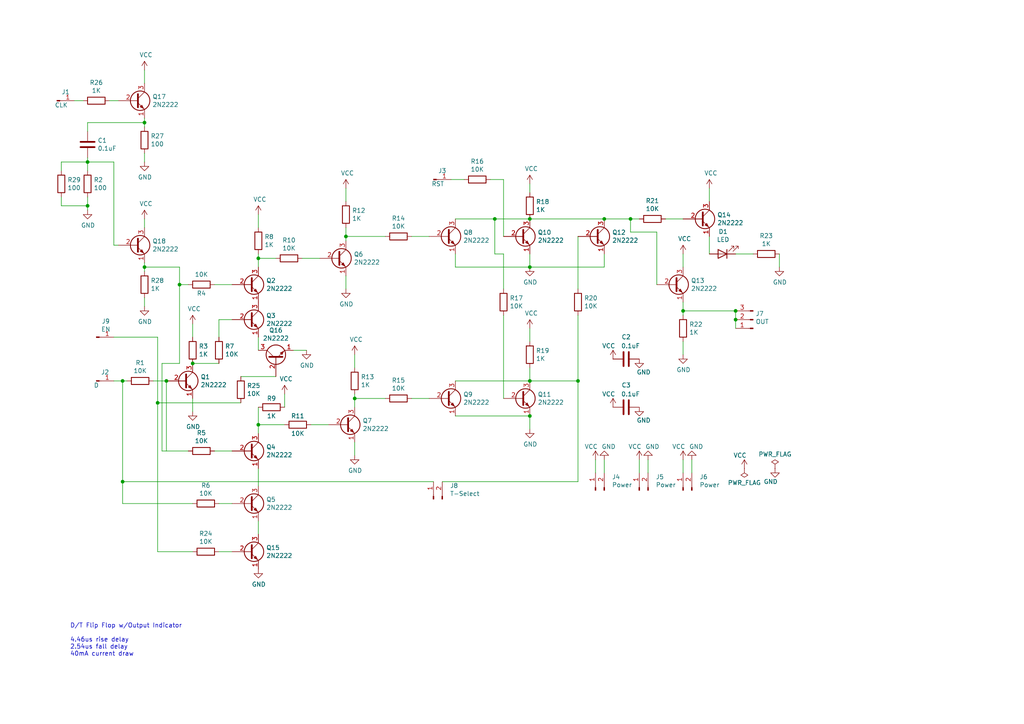
<source format=kicad_sch>
(kicad_sch (version 20230121) (generator eeschema)
  (paper "A4")
  (title_block (title "D Flip Flop") (date "2020-02-03") (rev "2") (comment 4 "Also doubles as a T flip-fop if desired"))
  (lib_symbols
    (symbol "2n2222:2N2222" (pin_names (offset 0) hide)
      (property "Reference" "Q" (at 5.08 1.905 0))
      (property "Value" "2N2222" (at 5.08 0 0))
      (symbol "2N2222_0_1"
        (polyline (pts (xy 0.635 0.635) (xy 2.54 2.54)))
        (polyline (pts (xy 0.635 -0.635) (xy 2.54 -2.54) (xy 2.54 -2.54)))
        (polyline (pts (xy 0.635 1.905) (xy 0.635 -1.905) (xy 0.635 -1.905)) (stroke (width 0.508)))
        (polyline (pts (xy 1.27 -1.778) (xy 1.778 -1.27) (xy 2.286 -2.286) (xy 1.27 -1.778) (xy 1.27 -1.778)) (fill (type outline)))
        (circle (center 1.27 0) (radius 2.8194) (stroke (width 0.254)))
      )
      (symbol "2N2222_1_1"
        (pin passive line (at 2.54 -5.08 90) (length 2.54) (name "E") (number "1"))
        (pin passive line (at -5.08 0 0) (length 5.715) (name "B") (number "2"))
        (pin passive line (at 2.54 5.08 270) (length 2.54) (name "C") (number "3"))
      )
    )
    (symbol "Connector:Conn_01x01_Pin" (pin_names (offset 1.016) hide)
      (property "Reference" "J" (at 0 2.54 0))
      (property "Value" "Conn_01x01_Pin" (at 0 -2.54 0))
      (symbol "Conn_01x01_Pin_1_1"
        (polyline (pts (xy 1.27 0) (xy 0.8636 0)) (stroke (width 0.1524)))
        (rectangle (start 0.8636 0.127) (end 0 -0.127) (stroke (width 0.1524)) (fill (type outline)))
        (pin passive line (at 5.08 0 180) (length 3.81) (name "Pin_1") (number "1"))
      )
    )
    (symbol "Connector:Conn_01x02_Pin" (pin_names (offset 1.016) hide)
      (property "Reference" "J" (at 0 2.54 0))
      (property "Value" "Conn_01x02_Pin" (at 0 -5.08 0))
      (symbol "Conn_01x02_Pin_1_1"
        (polyline (pts (xy 1.27 -2.54) (xy 0.8636 -2.54)) (stroke (width 0.1524)))
        (polyline (pts (xy 1.27 0) (xy 0.8636 0)) (stroke (width 0.1524)))
        (rectangle (start 0.8636 -2.413) (end 0 -2.667) (stroke (width 0.1524)) (fill (type outline)))
        (rectangle (start 0.8636 0.127) (end 0 -0.127) (stroke (width 0.1524)) (fill (type outline)))
        (pin passive line (at 5.08 0 180) (length 3.81) (name "Pin_1") (number "1"))
        (pin passive line (at 5.08 -2.54 180) (length 3.81) (name "Pin_2") (number "2"))
      )
    )
    (symbol "Connector:Conn_01x03_Pin" (pin_names (offset 1.016) hide)
      (property "Reference" "J" (at 0 5.08 0))
      (property "Value" "Conn_01x03_Pin" (at 0 -5.08 0))
      (symbol "Conn_01x03_Pin_1_1"
        (polyline (pts (xy 1.27 -2.54) (xy 0.8636 -2.54)) (stroke (width 0.1524)))
        (polyline (pts (xy 1.27 0) (xy 0.8636 0)) (stroke (width 0.1524)))
        (polyline (pts (xy 1.27 2.54) (xy 0.8636 2.54)) (stroke (width 0.1524)))
        (rectangle (start 0.8636 -2.413) (end 0 -2.667) (stroke (width 0.1524)) (fill (type outline)))
        (rectangle (start 0.8636 0.127) (end 0 -0.127) (stroke (width 0.1524)) (fill (type outline)))
        (rectangle (start 0.8636 2.667) (end 0 2.413) (stroke (width 0.1524)) (fill (type outline)))
        (pin passive line (at 5.08 2.54 180) (length 3.81) (name "Pin_1") (number "1"))
        (pin passive line (at 5.08 0 180) (length 3.81) (name "Pin_2") (number "2"))
        (pin passive line (at 5.08 -2.54 180) (length 3.81) (name "Pin_3") (number "3"))
      )
    )
    (symbol "Device:C" (pin_numbers hide) (pin_names (offset 0.254))
      (property "Reference" "C" (at 0.635 2.54 0))
      (property "Value" "C" (at 0.635 -2.54 0))
      (symbol "C_0_1"
        (polyline (pts (xy -2.032 -0.762) (xy 2.032 -0.762)) (stroke (width 0.508)))
        (polyline (pts (xy -2.032 0.762) (xy 2.032 0.762)) (stroke (width 0.508)))
      )
      (symbol "C_1_1"
        (pin passive line (at 0 3.81 270) (length 2.794) (name "~") (number "1"))
        (pin passive line (at 0 -3.81 90) (length 2.794) (name "~") (number "2"))
      )
    )
    (symbol "Device:LED" (pin_numbers hide) (pin_names (offset 1.016) hide)
      (property "Reference" "D" (at 0 2.54 0))
      (property "Value" "LED" (at 0 -2.54 0))
      (symbol "LED_0_1"
        (polyline (pts (xy -1.27 -1.27) (xy -1.27 1.27)) (stroke (width 0.254)))
        (polyline (pts (xy -1.27 0) (xy 1.27 0)))
        (polyline (pts (xy 1.27 -1.27) (xy 1.27 1.27) (xy -1.27 0) (xy 1.27 -1.27)) (stroke (width 0.254)))
        (polyline (pts (xy -3.048 -0.762) (xy -4.572 -2.286) (xy -3.81 -2.286) (xy -4.572 -2.286) (xy -4.572 -1.524)))
        (polyline (pts (xy -1.778 -0.762) (xy -3.302 -2.286) (xy -2.54 -2.286) (xy -3.302 -2.286) (xy -3.302 -1.524)))
      )
      (symbol "LED_1_1"
        (pin passive line (at -3.81 0 0) (length 2.54) (name "K") (number "1"))
        (pin passive line (at 3.81 0 180) (length 2.54) (name "A") (number "2"))
      )
    )
    (symbol "Device:R" (pin_numbers hide) (pin_names (offset 0))
      (property "Reference" "R" (at 2.032 0 90))
      (property "Value" "R" (at 0 0 90))
      (symbol "R_0_1"
        (rectangle (start -1.016 -2.54) (end 1.016 2.54) (stroke (width 0.254)))
      )
      (symbol "R_1_1"
        (pin passive line (at 0 3.81 270) (length 1.27) (name "~") (number "1"))
        (pin passive line (at 0 -3.81 90) (length 1.27) (name "~") (number "2"))
      )
    )
    (symbol "power:GND" (power) (pin_names (offset 0))
      (property "Value" "GND" (at 0 -3.81 0))
      (symbol "GND_0_1"
        (polyline (pts (xy 0 0) (xy 0 -1.27) (xy 1.27 -1.27) (xy 0 -2.54) (xy -1.27 -1.27) (xy 0 -1.27)))
      )
      (symbol "GND_1_1"
        (pin power_in line (at 0 0 270) (length 0) hide (name "GND") (number "1"))
      )
    )
    (symbol "power:PWR_FLAG" (power) (pin_numbers hide) (pin_names (offset 0) hide)
      (property "Value" "PWR_FLAG" (at 0 3.81 0))
      (symbol "PWR_FLAG_0_0"
        (pin power_out line (at 0 0 90) (length 0) (name "pwr") (number "1"))
      )
      (symbol "PWR_FLAG_0_1"
        (polyline (pts (xy 0 0) (xy 0 1.27) (xy -1.016 1.905) (xy 0 2.54) (xy 1.016 1.905) (xy 0 1.27)))
      )
    )
    (symbol "power:VCC" (power) (pin_names (offset 0))
      (property "Value" "VCC" (at 0 3.81 0))
      (symbol "VCC_0_1"
        (polyline (pts (xy -0.762 1.27) (xy 0 2.54)))
        (polyline (pts (xy 0 0) (xy 0 2.54)))
        (polyline (pts (xy 0 2.54) (xy 0.762 1.27)))
      )
      (symbol "VCC_1_1"
        (pin power_in line (at 0 0 90) (length 0) hide (name "VCC") (number "1"))
      )
    )
  )
  (junction (at 153.67 110.49))
  (junction (at 100.33 68.58))
  (junction (at 175.26 63.5))
  (junction (at 41.91 35.56))
  (junction (at 52.07 82.55))
  (junction (at 35.56 139.7))
  (junction (at 153.67 77.47))
  (junction (at 102.87 115.57))
  (junction (at 74.93 74.93))
  (junction (at 74.93 123.19))
  (junction (at 153.67 120.65))
  (junction (at 35.56 110.49))
  (junction (at 25.4 46.99))
  (junction (at 48.26 110.49))
  (junction (at 182.88 63.5))
  (junction (at 55.88 105.41))
  (junction (at 41.91 77.47))
  (junction (at 45.72 116.84))
  (junction (at 213.36 90.17))
  (junction (at 213.36 92.71))
  (junction (at 167.64 110.49))
  (junction (at 198.12 90.17))
  (junction (at 153.67 63.5))
  (junction (at 143.51 63.5))
  (junction (at 25.4 59.69))
  (wire (pts (xy 111.76 115.57) (xy 102.87 115.57)))
  (wire (pts (xy 41.91 24.13) (xy 41.91 20.32)))
  (wire (pts (xy 25.4 46.99) (xy 25.4 45.72)))
  (wire (pts (xy 213.36 73.66) (xy 218.44 73.66)))
  (wire (pts (xy 213.36 92.71) (xy 213.36 95.25)))
  (wire (pts (xy 25.4 60.96) (xy 25.4 59.69)))
  (wire (pts (xy 167.64 83.82) (xy 167.64 68.58)))
  (wire (pts (xy 17.78 57.15) (xy 17.78 59.69)))
  (wire (pts (xy 153.67 55.88) (xy 153.67 53.34)))
  (wire (pts (xy 46.99 105.41) (xy 46.99 130.81)))
  (wire (pts (xy 82.55 118.11) (xy 82.55 114.3)))
  (wire (pts (xy 198.12 133.35) (xy 198.12 137.16)))
  (wire (pts (xy 41.91 35.56) (xy 41.91 34.29)))
  (wire (pts (xy 100.33 54.61) (xy 100.33 58.42)))
  (wire (pts (xy 17.78 59.69) (xy 25.4 59.69)))
  (wire (pts (xy 63.5 97.79) (xy 63.5 92.71)))
  (wire (pts (xy 102.87 128.27) (xy 102.87 132.08)))
  (wire (pts (xy 52.07 77.47) (xy 52.07 82.55)))
  (wire (pts (xy 205.74 58.42) (xy 205.74 54.61)))
  (wire (pts (xy 125.73 139.7) (xy 35.56 139.7)))
  (wire (pts (xy 33.02 46.99) (xy 33.02 71.12)))
  (wire (pts (xy 33.02 110.49) (xy 35.56 110.49)))
  (wire (pts (xy 52.07 82.55) (xy 52.07 105.41)))
  (wire (pts (xy 167.64 110.49) (xy 167.64 139.7)))
  (wire (pts (xy 41.91 66.04) (xy 41.91 63.5)))
  (wire (pts (xy 146.05 73.66) (xy 143.51 73.66)))
  (wire (pts (xy 153.67 63.5) (xy 143.51 63.5)))
  (wire (pts (xy 63.5 146.05) (xy 67.31 146.05)))
  (wire (pts (xy 226.06 73.66) (xy 226.06 77.47)))
  (wire (pts (xy 17.78 46.99) (xy 25.4 46.99)))
  (wire (pts (xy 205.74 68.58) (xy 205.74 73.66)))
  (wire (pts (xy 63.5 92.71) (xy 67.31 92.71)))
  (wire (pts (xy 128.27 139.7) (xy 167.64 139.7)))
  (wire (pts (xy 153.67 73.66) (xy 153.67 77.47)))
  (wire (pts (xy 132.08 120.65) (xy 153.67 120.65)))
  (wire (pts (xy 41.91 78.74) (xy 41.91 77.47)))
  (wire (pts (xy 198.12 91.44) (xy 198.12 90.17)))
  (wire (pts (xy 74.93 97.79) (xy 74.93 101.6)))
  (wire (pts (xy 100.33 66.04) (xy 100.33 68.58)))
  (wire (pts (xy 142.24 52.07) (xy 146.05 52.07)))
  (wire (pts (xy 119.38 115.57) (xy 124.46 115.57)))
  (wire (pts (xy 185.42 133.35) (xy 185.42 137.16)))
  (wire (pts (xy 41.91 88.9) (xy 41.91 86.36)))
  (wire (pts (xy 74.93 135.89) (xy 74.93 140.97)))
  (wire (pts (xy 35.56 110.49) (xy 36.83 110.49)))
  (wire (pts (xy 111.76 68.58) (xy 100.33 68.58)))
  (wire (pts (xy 190.5 67.31) (xy 190.5 82.55)))
  (wire (pts (xy 74.93 77.47) (xy 74.93 74.93)))
  (wire (pts (xy 198.12 90.17) (xy 213.36 90.17)))
  (wire (pts (xy 80.01 109.22) (xy 69.85 109.22)))
  (wire (pts (xy 172.72 137.16) (xy 172.72 133.35)))
  (wire (pts (xy 41.91 77.47) (xy 41.91 76.2)))
  (wire (pts (xy 153.67 124.46) (xy 153.67 120.65)))
  (wire (pts (xy 87.63 74.93) (xy 92.71 74.93)))
  (wire (pts (xy 175.26 133.35) (xy 175.26 137.16)))
  (wire (pts (xy 130.81 52.07) (xy 134.62 52.07)))
  (wire (pts (xy 132.08 77.47) (xy 153.67 77.47)))
  (wire (pts (xy 52.07 77.47) (xy 41.91 77.47)))
  (wire (pts (xy 198.12 73.66) (xy 198.12 77.47)))
  (wire (pts (xy 185.42 63.5) (xy 182.88 63.5)))
  (wire (pts (xy 46.99 105.41) (xy 52.07 105.41)))
  (wire (pts (xy 90.17 123.19) (xy 95.25 123.19)))
  (wire (pts (xy 182.88 63.5) (xy 182.88 67.31)))
  (wire (pts (xy 24.13 29.21) (xy 21.59 29.21)))
  (wire (pts (xy 46.99 130.81) (xy 54.61 130.81)))
  (wire (pts (xy 82.55 123.19) (xy 74.93 123.19)))
  (wire (pts (xy 63.5 160.02) (xy 67.31 160.02)))
  (wire (pts (xy 198.12 63.5) (xy 193.04 63.5)))
  (wire (pts (xy 44.45 110.49) (xy 48.26 110.49)))
  (wire (pts (xy 182.88 67.31) (xy 190.5 67.31)))
  (wire (pts (xy 33.02 97.79) (xy 45.72 97.79)))
  (wire (pts (xy 55.88 119.38) (xy 55.88 115.57)))
  (wire (pts (xy 85.09 101.6) (xy 88.9 101.6)))
  (wire (pts (xy 25.4 46.99) (xy 33.02 46.99)))
  (wire (pts (xy 167.64 110.49) (xy 167.64 91.44)))
  (wire (pts (xy 182.88 63.5) (xy 175.26 63.5)))
  (wire (pts (xy 213.36 90.17) (xy 213.36 92.71)))
  (wire (pts (xy 74.93 66.04) (xy 74.93 62.23)))
  (wire (pts (xy 153.67 63.5) (xy 175.26 63.5)))
  (wire (pts (xy 34.29 29.21) (xy 31.75 29.21)))
  (wire (pts (xy 45.72 116.84) (xy 45.72 160.02)))
  (wire (pts (xy 55.88 97.79) (xy 55.88 93.98)))
  (wire (pts (xy 25.4 35.56) (xy 25.4 38.1)))
  (wire (pts (xy 143.51 73.66) (xy 143.51 63.5)))
  (wire (pts (xy 153.67 110.49) (xy 153.67 106.68)))
  (wire (pts (xy 200.66 133.35) (xy 200.66 137.16)))
  (wire (pts (xy 175.26 77.47) (xy 175.26 73.66)))
  (wire (pts (xy 153.67 77.47) (xy 175.26 77.47)))
  (wire (pts (xy 119.38 68.58) (xy 124.46 68.58)))
  (wire (pts (xy 198.12 102.87) (xy 198.12 99.06)))
  (wire (pts (xy 62.23 130.81) (xy 67.31 130.81)))
  (wire (pts (xy 132.08 110.49) (xy 153.67 110.49)))
  (wire (pts (xy 153.67 110.49) (xy 167.64 110.49)))
  (wire (pts (xy 33.02 71.12) (xy 34.29 71.12)))
  (wire (pts (xy 25.4 59.69) (xy 25.4 57.15)))
  (wire (pts (xy 45.72 97.79) (xy 45.72 116.84)))
  (wire (pts (xy 100.33 80.01) (xy 100.33 83.82)))
  (wire (pts (xy 69.85 116.84) (xy 45.72 116.84)))
  (wire (pts (xy 35.56 146.05) (xy 55.88 146.05)))
  (wire (pts (xy 102.87 102.87) (xy 102.87 106.68)))
  (wire (pts (xy 146.05 52.07) (xy 146.05 68.58)))
  (wire (pts (xy 74.93 154.94) (xy 74.93 151.13)))
  (wire (pts (xy 48.26 110.49) (xy 48.26 130.81)))
  (wire (pts (xy 41.91 46.99) (xy 41.91 44.45)))
  (wire (pts (xy 41.91 36.83) (xy 41.91 35.56)))
  (wire (pts (xy 198.12 90.17) (xy 198.12 87.63)))
  (wire (pts (xy 74.93 123.19) (xy 74.93 125.73)))
  (wire (pts (xy 102.87 115.57) (xy 102.87 118.11)))
  (wire (pts (xy 132.08 73.66) (xy 132.08 77.47)))
  (wire (pts (xy 153.67 99.06) (xy 153.67 95.25)))
  (wire (pts (xy 62.23 82.55) (xy 67.31 82.55)))
  (wire (pts (xy 17.78 49.53) (xy 17.78 46.99)))
  (wire (pts (xy 52.07 82.55) (xy 54.61 82.55)))
  (wire (pts (xy 35.56 139.7) (xy 35.56 146.05)))
  (wire (pts (xy 74.93 118.11) (xy 74.93 123.19)))
  (wire (pts (xy 74.93 74.93) (xy 74.93 73.66)))
  (wire (pts (xy 35.56 110.49) (xy 35.56 139.7)))
  (wire (pts (xy 102.87 114.3) (xy 102.87 115.57)))
  (wire (pts (xy 45.72 160.02) (xy 55.88 160.02)))
  (wire (pts (xy 187.96 133.35) (xy 187.96 137.16)))
  (wire (pts (xy 63.5 105.41) (xy 55.88 105.41)))
  (wire (pts (xy 100.33 68.58) (xy 100.33 69.85)))
  (wire (pts (xy 41.91 35.56) (xy 25.4 35.56)))
  (wire (pts (xy 146.05 91.44) (xy 146.05 115.57)))
  (wire (pts (xy 80.01 74.93) (xy 74.93 74.93)))
  (wire (pts (xy 146.05 83.82) (xy 146.05 73.66)))
  (wire (pts (xy 143.51 63.5) (xy 132.08 63.5)))
  (wire (pts (xy 25.4 49.53) (xy 25.4 46.99)))
  (text "D/T Flip Flop w/Output Indicator\n\n4.46us rise delay\n2.54us fall delay\n40mA current draw" (at 20.32 190.5 0) (effects (font (size 1.27 1.27)) (justify left bottom)))
  (symbol (lib_id "Connector:Conn_01x01_Pin") (at 16.51 29.21 0) (unit 1)
    (property "Reference" "J1" (at 19.05 26.67 0))
    (property "Value" "CLK" (at 17.78 30.48 0))
    (property "Footprint" "Connector_PinHeader_2.54mm:PinHeader_1x01_P2.54mm_Vertical" (effects hide))
  )
  (symbol (lib_id "Connector:Conn_01x01_Pin") (at 27.94 110.49 0) (unit 1)
    (property "Reference" "J2" (at 30.48 107.95 0))
    (property "Value" "D" (at 27.94 111.76 0))
    (property "Footprint" "Connector_PinHeader_2.54mm:PinHeader_1x01_P2.54mm_Vertical" (effects hide))
  )
  (symbol (lib_id "Connector:Conn_01x01_Pin") (at 125.73 52.07 0) (unit 1)
    (property "Reference" "J3" (at 128.27 49.53 0))
    (property "Value" "RST" (at 127 53.34 0))
    (property "Footprint" "Connector_PinHeader_2.54mm:PinHeader_1x01_P2.54mm_Vertical" (effects hide))
  )
  (symbol (lib_id "Device:R") (at 58.42 82.55 270) (unit 1)
    (property "Reference" "R4" (at 58.42 85.09 90))
    (property "Value" "10K" (at 58.42 79.6036 90))
    (property "Footprint" "Resistor_THT:R_Axial_DIN0309_L9.0mm_D3.2mm_P12.70mm_Horizontal" (effects hide))
  )
  (symbol (lib_id "2n2222:2N2222") (at 72.39 82.55 0) (unit 1)
    (property "Reference" "Q2" (at 77.216 81.3816 0) (effects (justify left)))
    (property "Value" "2N2222" (at 77.216 83.693 0) (effects (justify left)))
    (property "Footprint" "Package_TO_SOT_THT:TO-92_Inline" (effects hide))
    (property "Datasheet" "https://www.fairchildsemi.com/datasheets/2N/2N3904.pdf" (effects hide))
  )
  (symbol (lib_id "Device:R") (at 74.93 69.85 0) (unit 1)
    (property "Reference" "R8" (at 76.708 68.6816 0) (effects (justify left)))
    (property "Value" "1K" (at 76.708 70.993 0) (effects (justify left)))
    (property "Footprint" "Resistor_THT:R_Axial_DIN0309_L9.0mm_D3.2mm_P12.70mm_Horizontal" (effects hide))
  )
  (symbol (lib_id "power:VCC") (at 74.93 62.23 0) (unit 1)
    (property "Reference" "#PWR0102" (effects hide))
    (property "Value" "VCC" (at 75.3618 57.8358 0))
  )
  (symbol (lib_id "Device:R") (at 83.82 74.93 270) (unit 1)
    (property "Reference" "R10" (at 83.82 69.6722 90))
    (property "Value" "10K" (at 83.82 71.9836 90))
    (property "Footprint" "Resistor_THT:R_Axial_DIN0309_L9.0mm_D3.2mm_P12.70mm_Horizontal" (effects hide))
  )
  (symbol (lib_id "2n2222:2N2222") (at 97.79 74.93 0) (unit 1)
    (property "Reference" "Q6" (at 102.616 73.7616 0) (effects (justify left)))
    (property "Value" "2N2222" (at 102.616 76.073 0) (effects (justify left)))
    (property "Footprint" "Package_TO_SOT_THT:TO-92_Inline" (effects hide))
    (property "Datasheet" "https://www.fairchildsemi.com/datasheets/2N/2N3904.pdf" (effects hide))
  )
  (symbol (lib_id "Device:R") (at 100.33 62.23 0) (unit 1)
    (property "Reference" "R12" (at 102.108 61.0616 0) (effects (justify left)))
    (property "Value" "1K" (at 102.108 63.373 0) (effects (justify left)))
    (property "Footprint" "Resistor_THT:R_Axial_DIN0309_L9.0mm_D3.2mm_P12.70mm_Horizontal" (effects hide))
  )
  (symbol (lib_id "power:VCC") (at 100.33 54.61 0) (unit 1)
    (property "Reference" "#PWR0103" (effects hide))
    (property "Value" "VCC" (at 100.7618 50.2158 0))
  )
  (symbol (lib_id "power:GND") (at 100.33 83.82 0) (unit 1)
    (property "Reference" "#PWR0104" (effects hide))
    (property "Value" "GND" (at 100.457 88.2142 0))
  )
  (symbol (lib_id "2n2222:2N2222") (at 72.39 92.71 0) (unit 1)
    (property "Reference" "Q3" (at 77.216 91.5416 0) (effects (justify left)))
    (property "Value" "2N2222" (at 77.216 93.853 0) (effects (justify left)))
    (property "Footprint" "Package_TO_SOT_THT:TO-92_Inline" (effects hide))
    (property "Datasheet" "https://www.fairchildsemi.com/datasheets/2N/2N3904.pdf" (effects hide))
  )
  (symbol (lib_id "Device:R") (at 63.5 101.6 0) (unit 1)
    (property "Reference" "R7" (at 65.278 100.4316 0) (effects (justify left)))
    (property "Value" "10K" (at 65.278 102.743 0) (effects (justify left)))
    (property "Footprint" "Resistor_THT:R_Axial_DIN0309_L9.0mm_D3.2mm_P12.70mm_Horizontal" (effects hide))
  )
  (symbol (lib_id "2n2222:2N2222") (at 53.34 110.49 0) (unit 1)
    (property "Reference" "Q1" (at 58.166 109.3216 0) (effects (justify left)))
    (property "Value" "2N2222" (at 58.166 111.633 0) (effects (justify left)))
    (property "Footprint" "Package_TO_SOT_THT:TO-92_Inline" (effects hide))
    (property "Datasheet" "https://www.fairchildsemi.com/datasheets/2N/2N3904.pdf" (effects hide))
  )
  (symbol (lib_id "Device:R") (at 40.64 110.49 270) (unit 1)
    (property "Reference" "R1" (at 40.64 105.2322 90))
    (property "Value" "10K" (at 40.64 107.5436 90))
    (property "Footprint" "Resistor_THT:R_Axial_DIN0309_L9.0mm_D3.2mm_P12.70mm_Horizontal" (effects hide))
  )
  (symbol (lib_id "power:GND") (at 55.88 119.38 0) (unit 1)
    (property "Reference" "#PWR0105" (effects hide))
    (property "Value" "GND" (at 56.007 123.7742 0))
  )
  (symbol (lib_id "2n2222:2N2222") (at 80.01 104.14 90) (unit 1)
    (property "Reference" "Q16" (at 80.01 95.8088 90))
    (property "Value" "2N2222" (at 80.01 98.1202 90))
    (property "Footprint" "Package_TO_SOT_THT:TO-92_Inline" (effects hide))
    (property "Datasheet" "https://www.fairchildsemi.com/datasheets/2N/2N3904.pdf" (effects hide))
  )
  (symbol (lib_id "power:VCC") (at 55.88 93.98 0) (unit 1)
    (property "Reference" "#PWR0106" (effects hide))
    (property "Value" "VCC" (at 56.3118 89.5858 0))
  )
  (symbol (lib_id "Device:R") (at 55.88 101.6 0) (unit 1)
    (property "Reference" "R3" (at 57.658 100.4316 0) (effects (justify left)))
    (property "Value" "1K" (at 57.658 102.743 0) (effects (justify left)))
    (property "Footprint" "Resistor_THT:R_Axial_DIN0309_L9.0mm_D3.2mm_P12.70mm_Horizontal" (effects hide))
  )
  (symbol (lib_id "power:GND") (at 88.9 101.6 0) (unit 1)
    (property "Reference" "#PWR0107" (effects hide))
    (property "Value" "GND" (at 89.027 105.9942 0))
  )
  (symbol (lib_id "2n2222:2N2222") (at 72.39 130.81 0) (unit 1)
    (property "Reference" "Q4" (at 77.216 129.6416 0) (effects (justify left)))
    (property "Value" "2N2222" (at 77.216 131.953 0) (effects (justify left)))
    (property "Footprint" "Package_TO_SOT_THT:TO-92_Inline" (effects hide))
    (property "Datasheet" "https://www.fairchildsemi.com/datasheets/2N/2N3904.pdf" (effects hide))
  )
  (symbol (lib_id "power:GND") (at 74.93 165.1 0) (unit 1)
    (property "Reference" "#PWR0108" (effects hide))
    (property "Value" "GND" (at 75.057 169.4942 0))
  )
  (symbol (lib_id "2n2222:2N2222") (at 72.39 146.05 0) (unit 1)
    (property "Reference" "Q5" (at 77.216 144.8816 0) (effects (justify left)))
    (property "Value" "2N2222" (at 77.216 147.193 0) (effects (justify left)))
    (property "Footprint" "Package_TO_SOT_THT:TO-92_Inline" (effects hide))
    (property "Datasheet" "https://www.fairchildsemi.com/datasheets/2N/2N3904.pdf" (effects hide))
  )
  (symbol (lib_id "Device:R") (at 69.85 113.03 0) (unit 1)
    (property "Reference" "R25" (at 71.628 111.8616 0) (effects (justify left)))
    (property "Value" "10K" (at 71.628 114.173 0) (effects (justify left)))
    (property "Footprint" "Resistor_THT:R_Axial_DIN0309_L9.0mm_D3.2mm_P12.70mm_Horizontal" (effects hide))
  )
  (symbol (lib_id "Connector:Conn_01x01_Pin") (at 27.94 97.79 0) (unit 1)
    (property "Reference" "J9" (at 30.6832 93.1926 0))
    (property "Value" "EN" (at 30.6832 95.504 0))
    (property "Footprint" "Connector_PinHeader_2.54mm:PinHeader_1x01_P2.54mm_Vertical" (effects hide))
  )
  (symbol (lib_id "Device:R") (at 59.69 146.05 270) (unit 1)
    (property "Reference" "R6" (at 59.69 140.7922 90))
    (property "Value" "10K" (at 59.69 143.1036 90))
    (property "Footprint" "Resistor_THT:R_Axial_DIN0309_L9.0mm_D3.2mm_P12.70mm_Horizontal" (effects hide))
  )
  (symbol (lib_id "Device:R") (at 58.42 130.81 270) (unit 1)
    (property "Reference" "R5" (at 58.42 125.5522 90))
    (property "Value" "10K" (at 58.42 127.8636 90))
    (property "Footprint" "Resistor_THT:R_Axial_DIN0309_L9.0mm_D3.2mm_P12.70mm_Horizontal" (effects hide))
  )
  (symbol (lib_id "Device:R") (at 78.74 118.11 270) (unit 1)
    (property "Reference" "R9" (at 78.74 115.57 90))
    (property "Value" "1K" (at 78.74 120.65 90))
    (property "Footprint" "Resistor_THT:R_Axial_DIN0309_L9.0mm_D3.2mm_P12.70mm_Horizontal" (effects hide))
  )
  (symbol (lib_id "Device:R") (at 86.36 123.19 270) (unit 1)
    (property "Reference" "R11" (at 86.36 120.65 90))
    (property "Value" "10K" (at 86.36 125.73 90))
    (property "Footprint" "Resistor_THT:R_Axial_DIN0309_L9.0mm_D3.2mm_P12.70mm_Horizontal" (effects hide))
  )
  (symbol (lib_id "power:VCC") (at 82.55 114.3 0) (unit 1)
    (property "Reference" "#PWR0109" (effects hide))
    (property "Value" "VCC" (at 82.9818 109.9058 0))
  )
  (symbol (lib_id "2n2222:2N2222") (at 100.33 123.19 0) (unit 1)
    (property "Reference" "Q7" (at 105.156 122.0216 0) (effects (justify left)))
    (property "Value" "2N2222" (at 105.156 124.333 0) (effects (justify left)))
    (property "Footprint" "Package_TO_SOT_THT:TO-92_Inline" (effects hide))
    (property "Datasheet" "https://www.fairchildsemi.com/datasheets/2N/2N3904.pdf" (effects hide))
  )
  (symbol (lib_id "Device:R") (at 102.87 110.49 0) (unit 1)
    (property "Reference" "R13" (at 104.648 109.3216 0) (effects (justify left)))
    (property "Value" "1K" (at 104.648 111.633 0) (effects (justify left)))
    (property "Footprint" "Resistor_THT:R_Axial_DIN0309_L9.0mm_D3.2mm_P12.70mm_Horizontal" (effects hide))
  )
  (symbol (lib_id "power:VCC") (at 102.87 102.87 0) (unit 1)
    (property "Reference" "#PWR0110" (effects hide))
    (property "Value" "VCC" (at 103.3018 98.4758 0))
  )
  (symbol (lib_id "power:GND") (at 102.87 132.08 0) (unit 1)
    (property "Reference" "#PWR0111" (effects hide))
    (property "Value" "GND" (at 102.997 136.4742 0))
  )
  (symbol (lib_id "2n2222:2N2222") (at 72.39 160.02 0) (unit 1)
    (property "Reference" "Q15" (at 77.216 158.8516 0) (effects (justify left)))
    (property "Value" "2N2222" (at 77.216 161.163 0) (effects (justify left)))
    (property "Footprint" "Package_TO_SOT_THT:TO-92_Inline" (effects hide))
    (property "Datasheet" "https://www.fairchildsemi.com/datasheets/2N/2N3904.pdf" (effects hide))
  )
  (symbol (lib_id "Device:R") (at 59.69 160.02 270) (unit 1)
    (property "Reference" "R24" (at 59.69 154.7622 90))
    (property "Value" "10K" (at 59.69 157.0736 90))
    (property "Footprint" "Resistor_THT:R_Axial_DIN0309_L9.0mm_D3.2mm_P12.70mm_Horizontal" (effects hide))
  )
  (symbol (lib_id "Device:R") (at 115.57 68.58 270) (unit 1)
    (property "Reference" "R14" (at 115.57 63.3222 90))
    (property "Value" "10K" (at 115.57 65.6336 90))
    (property "Footprint" "Resistor_THT:R_Axial_DIN0309_L9.0mm_D3.2mm_P12.70mm_Horizontal" (effects hide))
  )
  (symbol (lib_id "Device:R") (at 115.57 115.57 270) (unit 1)
    (property "Reference" "R15" (at 115.57 110.3122 90))
    (property "Value" "10K" (at 115.57 112.6236 90))
    (property "Footprint" "Resistor_THT:R_Axial_DIN0309_L9.0mm_D3.2mm_P12.70mm_Horizontal" (effects hide))
  )
  (symbol (lib_id "2n2222:2N2222") (at 129.54 68.58 0) (unit 1)
    (property "Reference" "Q8" (at 134.366 67.4116 0) (effects (justify left)))
    (property "Value" "2N2222" (at 134.366 69.723 0) (effects (justify left)))
    (property "Footprint" "Package_TO_SOT_THT:TO-92_Inline" (effects hide))
    (property "Datasheet" "https://www.fairchildsemi.com/datasheets/2N/2N3904.pdf" (effects hide))
  )
  (symbol (lib_id "2n2222:2N2222") (at 151.13 68.58 0) (unit 1)
    (property "Reference" "Q10" (at 155.956 67.4116 0) (effects (justify left)))
    (property "Value" "2N2222" (at 155.956 69.723 0) (effects (justify left)))
    (property "Footprint" "Package_TO_SOT_THT:TO-92_Inline" (effects hide))
    (property "Datasheet" "https://www.fairchildsemi.com/datasheets/2N/2N3904.pdf" (effects hide))
  )
  (symbol (lib_id "2n2222:2N2222") (at 172.72 68.58 0) (unit 1)
    (property "Reference" "Q12" (at 177.546 67.4116 0) (effects (justify left)))
    (property "Value" "2N2222" (at 177.546 69.723 0) (effects (justify left)))
    (property "Footprint" "Package_TO_SOT_THT:TO-92_Inline" (effects hide))
    (property "Datasheet" "https://www.fairchildsemi.com/datasheets/2N/2N3904.pdf" (effects hide))
  )
  (symbol (lib_id "power:GND") (at 153.67 77.47 0) (unit 1)
    (property "Reference" "#PWR0112" (effects hide))
    (property "Value" "GND" (at 153.797 81.8642 0))
  )
  (symbol (lib_id "Device:R") (at 153.67 59.69 180) (unit 1)
    (property "Reference" "R18" (at 155.448 58.5216 0) (effects (justify right)))
    (property "Value" "1K" (at 155.448 60.833 0) (effects (justify right)))
    (property "Footprint" "Resistor_THT:R_Axial_DIN0309_L9.0mm_D3.2mm_P12.70mm_Horizontal" (effects hide))
  )
  (symbol (lib_id "power:VCC") (at 153.67 53.34 0) (unit 1)
    (property "Reference" "#PWR0113" (effects hide))
    (property "Value" "VCC" (at 154.1018 48.9458 0))
  )
  (symbol (lib_id "Device:R") (at 138.43 52.07 270) (unit 1)
    (property "Reference" "R16" (at 138.43 46.8122 90))
    (property "Value" "10K" (at 138.43 49.1236 90))
    (property "Footprint" "Resistor_THT:R_Axial_DIN0309_L9.0mm_D3.2mm_P12.70mm_Horizontal" (effects hide))
  )
  (symbol (lib_id "2n2222:2N2222") (at 129.54 115.57 0) (unit 1)
    (property "Reference" "Q9" (at 134.366 114.4016 0) (effects (justify left)))
    (property "Value" "2N2222" (at 134.366 116.713 0) (effects (justify left)))
    (property "Footprint" "Package_TO_SOT_THT:TO-92_Inline" (effects hide))
    (property "Datasheet" "https://www.fairchildsemi.com/datasheets/2N/2N3904.pdf" (effects hide))
  )
  (symbol (lib_id "2n2222:2N2222") (at 151.13 115.57 0) (unit 1)
    (property "Reference" "Q11" (at 155.956 114.4016 0) (effects (justify left)))
    (property "Value" "2N2222" (at 155.956 116.713 0) (effects (justify left)))
    (property "Footprint" "Package_TO_SOT_THT:TO-92_Inline" (effects hide))
    (property "Datasheet" "https://www.fairchildsemi.com/datasheets/2N/2N3904.pdf" (effects hide))
  )
  (symbol (lib_id "power:GND") (at 153.67 124.46 0) (unit 1)
    (property "Reference" "#PWR0114" (effects hide))
    (property "Value" "GND" (at 153.797 128.8542 0))
  )
  (symbol (lib_id "Device:R") (at 153.67 102.87 0) (unit 1)
    (property "Reference" "R19" (at 155.448 101.7016 0) (effects (justify left)))
    (property "Value" "1K" (at 155.448 104.013 0) (effects (justify left)))
    (property "Footprint" "Resistor_THT:R_Axial_DIN0309_L9.0mm_D3.2mm_P12.70mm_Horizontal" (effects hide))
  )
  (symbol (lib_id "power:VCC") (at 153.67 95.25 0) (unit 1)
    (property "Reference" "#PWR0115" (effects hide))
    (property "Value" "VCC" (at 154.1018 90.8558 0))
  )
  (symbol (lib_id "Device:R") (at 146.05 87.63 0) (unit 1)
    (property "Reference" "R17" (at 147.828 86.4616 0) (effects (justify left)))
    (property "Value" "10K" (at 147.828 88.773 0) (effects (justify left)))
    (property "Footprint" "Resistor_THT:R_Axial_DIN0309_L9.0mm_D3.2mm_P12.70mm_Horizontal" (effects hide))
  )
  (symbol (lib_id "Device:R") (at 167.64 87.63 0) (unit 1)
    (property "Reference" "R20" (at 169.418 86.4616 0) (effects (justify left)))
    (property "Value" "10K" (at 169.418 88.773 0) (effects (justify left)))
    (property "Footprint" "Resistor_THT:R_Axial_DIN0309_L9.0mm_D3.2mm_P12.70mm_Horizontal" (effects hide))
  )
  (symbol (lib_id "Device:R") (at 189.23 63.5 270) (unit 1)
    (property "Reference" "R21" (at 189.23 58.2422 90))
    (property "Value" "10K" (at 189.23 60.5536 90))
    (property "Footprint" "Resistor_THT:R_Axial_DIN0309_L9.0mm_D3.2mm_P12.70mm_Horizontal" (effects hide))
  )
  (symbol (lib_id "2n2222:2N2222") (at 203.2 63.5 0) (unit 1)
    (property "Reference" "Q14" (at 208.026 62.3316 0) (effects (justify left)))
    (property "Value" "2N2222" (at 208.026 64.643 0) (effects (justify left)))
    (property "Footprint" "Package_TO_SOT_THT:TO-92_Inline" (effects hide))
    (property "Datasheet" "https://www.fairchildsemi.com/datasheets/2N/2N3904.pdf" (effects hide))
  )
  (symbol (lib_id "Device:LED") (at 209.55 73.66 180) (unit 1)
    (property "Reference" "D1" (at 209.7278 67.183 0))
    (property "Value" "LED" (at 209.7278 69.4944 0))
    (property "Footprint" "LED_THT:LED_D5.0mm" (effects hide))
  )
  (symbol (lib_id "Device:R") (at 222.25 73.66 270) (unit 1)
    (property "Reference" "R23" (at 222.25 68.4022 90))
    (property "Value" "1K" (at 222.25 70.7136 90))
    (property "Footprint" "Resistor_THT:R_Axial_DIN0309_L9.0mm_D3.2mm_P12.70mm_Horizontal" (effects hide))
  )
  (symbol (lib_id "power:GND") (at 226.06 77.47 0) (unit 1)
    (property "Reference" "#PWR0116" (effects hide))
    (property "Value" "GND" (at 226.187 81.8642 0))
  )
  (symbol (lib_id "power:VCC") (at 205.74 54.61 0) (unit 1)
    (property "Reference" "#PWR0117" (effects hide))
    (property "Value" "VCC" (at 206.1718 50.2158 0))
  )
  (symbol (lib_id "2n2222:2N2222") (at 195.58 82.55 0) (unit 1)
    (property "Reference" "Q13" (at 200.406 81.3816 0) (effects (justify left)))
    (property "Value" "2N2222" (at 200.406 83.693 0) (effects (justify left)))
    (property "Footprint" "Package_TO_SOT_THT:TO-92_Inline" (effects hide))
    (property "Datasheet" "https://www.fairchildsemi.com/datasheets/2N/2N3904.pdf" (effects hide))
  )
  (symbol (lib_id "power:VCC") (at 198.12 73.66 0) (unit 1)
    (property "Reference" "#PWR0118" (effects hide))
    (property "Value" "VCC" (at 198.5518 69.2658 0))
  )
  (symbol (lib_id "Device:R") (at 198.12 95.25 180) (unit 1)
    (property "Reference" "R22" (at 199.898 94.0816 0) (effects (justify right)))
    (property "Value" "1K" (at 199.898 96.393 0) (effects (justify right)))
    (property "Footprint" "Resistor_THT:R_Axial_DIN0309_L9.0mm_D3.2mm_P12.70mm_Horizontal" (effects hide))
  )
  (symbol (lib_id "power:GND") (at 198.12 102.87 0) (unit 1)
    (property "Reference" "#PWR0119" (effects hide))
    (property "Value" "GND" (at 198.247 107.2642 0))
  )
  (symbol (lib_id "Connector:Conn_01x03_Pin") (at 218.44 92.71 180) (unit 1)
    (property "Reference" "J7" (at 219.1512 90.9828 0) (effects (justify right)))
    (property "Value" "OUT" (at 219.1512 93.2942 0) (effects (justify right)))
    (property "Footprint" "Connector_PinHeader_2.54mm:PinHeader_1x03_P2.54mm_Vertical" (effects hide))
  )
  (symbol (lib_id "Connector:Conn_01x02_Pin") (at 172.72 142.24 90) (unit 1)
    (property "Reference" "J4" (at 177.4952 138.3284 90) (effects (justify right)))
    (property "Value" "Power" (at 177.4952 140.6398 90) (effects (justify right)))
    (property "Footprint" "Connector_PinHeader_2.54mm:PinHeader_1x02_P2.54mm_Vertical" (effects hide))
  )
  (symbol (lib_id "Connector:Conn_01x02_Pin") (at 185.42 142.24 90) (unit 1)
    (property "Reference" "J5" (at 190.1952 138.3284 90) (effects (justify right)))
    (property "Value" "Power" (at 190.1952 140.6398 90) (effects (justify right)))
    (property "Footprint" "Connector_PinHeader_2.54mm:PinHeader_1x02_P2.54mm_Vertical" (effects hide))
  )
  (symbol (lib_id "Connector:Conn_01x02_Pin") (at 198.12 142.24 90) (unit 1)
    (property "Reference" "J6" (at 202.8952 138.3284 90) (effects (justify right)))
    (property "Value" "Power" (at 202.8952 140.6398 90) (effects (justify right)))
    (property "Footprint" "Connector_PinHeader_2.54mm:PinHeader_1x02_P2.54mm_Vertical" (effects hide))
  )
  (symbol (lib_id "power:VCC") (at 172.72 133.35 0) (unit 1)
    (property "Reference" "#PWR0120" (effects hide))
    (property "Value" "VCC" (at 171.45 129.54 0))
  )
  (symbol (lib_id "power:VCC") (at 185.42 133.35 0) (unit 1)
    (property "Reference" "#PWR0121" (effects hide))
    (property "Value" "VCC" (at 184.15 129.54 0))
  )
  (symbol (lib_id "power:VCC") (at 198.12 133.35 0) (unit 1)
    (property "Reference" "#PWR0122" (effects hide))
    (property "Value" "VCC" (at 196.85 129.54 0))
  )
  (symbol (lib_id "power:GND") (at 175.26 133.35 180) (unit 1)
    (property "Reference" "#PWR0123" (effects hide))
    (property "Value" "GND" (at 176.53 129.54 0))
  )
  (symbol (lib_id "power:GND") (at 187.96 133.35 180) (unit 1)
    (property "Reference" "#PWR0124" (effects hide))
    (property "Value" "GND" (at 189.23 129.54 0))
  )
  (symbol (lib_id "power:GND") (at 200.66 133.35 180) (unit 1)
    (property "Reference" "#PWR0125" (effects hide))
    (property "Value" "GND" (at 201.93 129.54 0))
  )
  (symbol (lib_id "Device:C") (at 181.61 104.14 270) (unit 1)
    (property "Reference" "C2" (at 181.61 97.7392 90))
    (property "Value" "0.1uF" (at 182.88 100.33 90))
    (property "Footprint" "Capacitor_THT:C_Disc_D4.3mm_W1.9mm_P5.00mm" (effects hide))
  )
  (symbol (lib_id "power:GND") (at 185.42 104.14 0) (unit 1)
    (property "Reference" "#PWR0126" (effects hide))
    (property "Value" "GND" (at 186.69 107.95 0))
  )
  (symbol (lib_id "power:VCC") (at 177.8 104.14 0) (unit 1)
    (property "Reference" "#PWR0127" (effects hide))
    (property "Value" "VCC" (at 176.53 100.33 0))
  )
  (symbol (lib_id "Device:R") (at 27.94 29.21 270) (unit 1)
    (property "Reference" "R26" (at 27.94 23.9522 90))
    (property "Value" "1K" (at 27.94 26.2636 90))
    (property "Footprint" "Resistor_THT:R_Axial_DIN0309_L9.0mm_D3.2mm_P12.70mm_Horizontal" (effects hide))
  )
  (symbol (lib_id "2n2222:2N2222") (at 39.37 29.21 0) (unit 1)
    (property "Reference" "Q17" (at 44.196 28.0416 0) (effects (justify left)))
    (property "Value" "2N2222" (at 44.196 30.353 0) (effects (justify left)))
    (property "Footprint" "Package_TO_SOT_THT:TO-92_Inline" (effects hide))
    (property "Datasheet" "https://www.fairchildsemi.com/datasheets/2N/2N3904.pdf" (effects hide))
  )
  (symbol (lib_id "power:VCC") (at 41.91 20.32 0) (unit 1)
    (property "Reference" "#PWR02" (effects hide))
    (property "Value" "VCC" (at 42.3418 15.9258 0))
  )
  (symbol (lib_id "Device:R") (at 41.91 40.64 0) (unit 1)
    (property "Reference" "R27" (at 43.688 39.4716 0) (effects (justify left)))
    (property "Value" "100" (at 43.688 41.783 0) (effects (justify left)))
    (property "Footprint" "Resistor_THT:R_Axial_DIN0309_L9.0mm_D3.2mm_P12.70mm_Horizontal" (effects hide))
  )
  (symbol (lib_id "power:GND") (at 41.91 46.99 0) (unit 1)
    (property "Reference" "#PWR03" (effects hide))
    (property "Value" "GND" (at 42.037 51.3842 0))
  )
  (symbol (lib_id "Device:C") (at 25.4 41.91 0) (unit 1)
    (property "Reference" "C1" (at 28.321 40.7416 0) (effects (justify left)))
    (property "Value" "0.1uF" (at 28.321 43.053 0) (effects (justify left)))
    (property "Footprint" "Capacitor_THT:C_Disc_D4.3mm_W1.9mm_P5.00mm" (effects hide))
  )
  (symbol (lib_id "Device:R") (at 25.4 53.34 0) (unit 1)
    (property "Reference" "R2" (at 27.178 52.1716 0) (effects (justify left)))
    (property "Value" "100" (at 27.178 54.483 0) (effects (justify left)))
    (property "Footprint" "Resistor_THT:R_Axial_DIN0309_L9.0mm_D3.2mm_P12.70mm_Horizontal" (effects hide))
  )
  (symbol (lib_id "power:GND") (at 25.4 60.96 0) (unit 1)
    (property "Reference" "#PWR01" (effects hide))
    (property "Value" "GND" (at 25.527 65.3542 0))
  )
  (symbol (lib_id "2n2222:2N2222") (at 39.37 71.12 0) (unit 1)
    (property "Reference" "Q18" (at 44.196 69.9516 0) (effects (justify left)))
    (property "Value" "2N2222" (at 44.196 72.263 0) (effects (justify left)))
    (property "Footprint" "Package_TO_SOT_THT:TO-92_Inline" (effects hide))
    (property "Datasheet" "https://www.fairchildsemi.com/datasheets/2N/2N3904.pdf" (effects hide))
  )
  (symbol (lib_id "power:GND") (at 41.91 88.9 0) (unit 1)
    (property "Reference" "#PWR04" (effects hide))
    (property "Value" "GND" (at 42.037 93.2942 0))
  )
  (symbol (lib_id "Device:R") (at 41.91 82.55 0) (unit 1)
    (property "Reference" "R28" (at 43.688 81.3816 0) (effects (justify left)))
    (property "Value" "1K" (at 43.688 83.693 0) (effects (justify left)))
    (property "Footprint" "Resistor_THT:R_Axial_DIN0309_L9.0mm_D3.2mm_P12.70mm_Horizontal" (effects hide))
  )
  (symbol (lib_id "power:VCC") (at 41.91 63.5 0) (unit 1)
    (property "Reference" "#PWR06" (effects hide))
    (property "Value" "VCC" (at 42.3418 59.1058 0))
  )
  (symbol (lib_id "Connector:Conn_01x02_Pin") (at 125.73 144.78 90) (unit 1)
    (property "Reference" "J8" (at 130.5052 140.8684 90) (effects (justify right)))
    (property "Value" "T-Select" (at 130.5052 143.1798 90) (effects (justify right)))
    (property "Footprint" "Connector_PinHeader_2.54mm:PinHeader_1x02_P2.54mm_Vertical" (effects hide))
  )
  (symbol (lib_id "power:VCC") (at 177.8 118.11 0) (unit 1)
    (property "Reference" "#PWR0101" (effects hide))
    (property "Value" "VCC" (at 176.53 114.3 0))
  )
  (symbol (lib_id "Device:C") (at 181.61 118.11 270) (unit 1)
    (property "Reference" "C3" (at 181.61 111.7092 90))
    (property "Value" "0.1uF" (at 182.88 114.3 90))
    (property "Footprint" "Capacitor_THT:C_Disc_D4.3mm_W1.9mm_P5.00mm" (effects hide))
  )
  (symbol (lib_id "power:GND") (at 185.42 118.11 0) (unit 1)
    (property "Reference" "#PWR0128" (effects hide))
    (property "Value" "GND" (at 186.69 121.92 0))
  )
  (symbol (lib_id "Device:R") (at 17.78 53.34 0) (unit 1)
    (property "Reference" "R29" (at 19.558 52.1716 0) (effects (justify left)))
    (property "Value" "100" (at 19.558 54.483 0) (effects (justify left)))
    (property "Footprint" "Resistor_THT:R_Axial_DIN0309_L9.0mm_D3.2mm_P12.70mm_Horizontal" (effects hide))
  )
  (symbol (lib_id "power:PWR_FLAG") (at 215.9 135.89 180) (unit 1)
    (property "Reference" "#FLG01" (effects hide))
    (property "Value" "PWR_FLAG" (at 215.9 140.0231 0))
  )
  (symbol (lib_id "power:GND") (at 224.79 135.89 0) (unit 1)
    (property "Reference" "#PWR07" (effects hide))
    (property "Value" "GND" (at 223.52 139.7 0))
  )
  (symbol (lib_id "power:PWR_FLAG") (at 224.79 135.89 0) (unit 1)
    (property "Reference" "#FLG02" (effects hide))
    (property "Value" "PWR_FLAG" (at 224.79 131.7569 0))
  )
  (symbol (lib_id "power:VCC") (at 215.9 135.89 0) (unit 1)
    (property "Reference" "#PWR05" (effects hide))
    (property "Value" "VCC" (at 214.63 132.08 0))
  )
)
</source>
